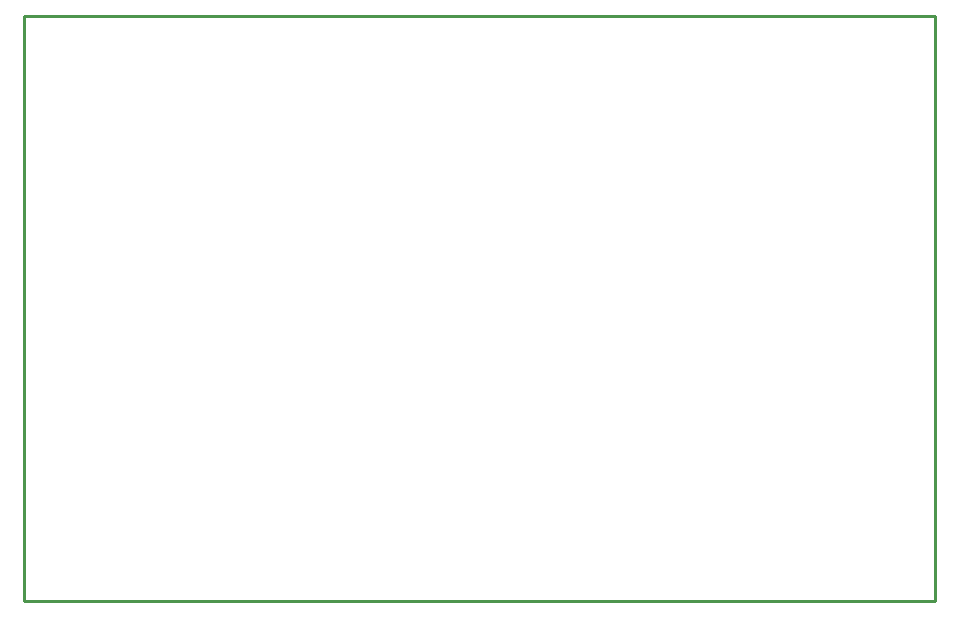
<source format=gko>
G04 EAGLE Gerber RS-274X export*
G75*
%MOMM*%
%FSLAX34Y34*%
%LPD*%
%IN*%
%IPPOS*%
%AMOC8*
5,1,8,0,0,1.08239X$1,22.5*%
G01*
%ADD10C,0.254000*%


D10*
X0Y0D02*
X771400Y0D01*
X771400Y495200D01*
X0Y495200D01*
X0Y0D01*
M02*

</source>
